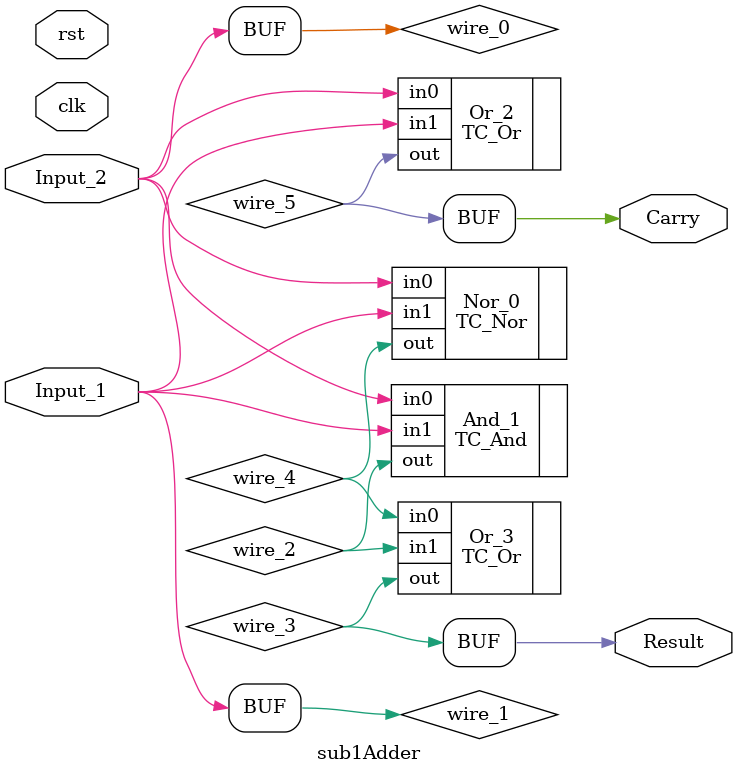
<source format=v>
module sub1Adder (clk, rst, Input_1, Input_2, Carry, Result);
  parameter UUID = 0;
  parameter NAME = "";
  input wire clk;
  input wire rst;

  input  wire [0:0] Input_1;
  input  wire [0:0] Input_2;
  output  wire [0:0] Carry;
  output  wire [0:0] Result;

  TC_Nor # (.UUID(64'd3061192093571773255 ^ UUID), .BIT_WIDTH(64'd1)) Nor_0 (.in0(wire_0), .in1(wire_1), .out(wire_4));
  TC_And # (.UUID(64'd1457820170052812187 ^ UUID), .BIT_WIDTH(64'd1)) And_1 (.in0(wire_0), .in1(wire_1), .out(wire_2));
  TC_Or # (.UUID(64'd2726445722458280910 ^ UUID), .BIT_WIDTH(64'd1)) Or_2 (.in0(wire_0), .in1(wire_1), .out(wire_5));
  TC_Or # (.UUID(64'd3571827508339527164 ^ UUID), .BIT_WIDTH(64'd1)) Or_3 (.in0(wire_4), .in1(wire_2), .out(wire_3));

  wire [0:0] wire_0;
  assign wire_0 = Input_2;
  wire [0:0] wire_1;
  assign wire_1 = Input_1;
  wire [0:0] wire_2;
  wire [0:0] wire_3;
  assign Result = wire_3;
  wire [0:0] wire_4;
  wire [0:0] wire_5;
  assign Carry = wire_5;

endmodule

</source>
